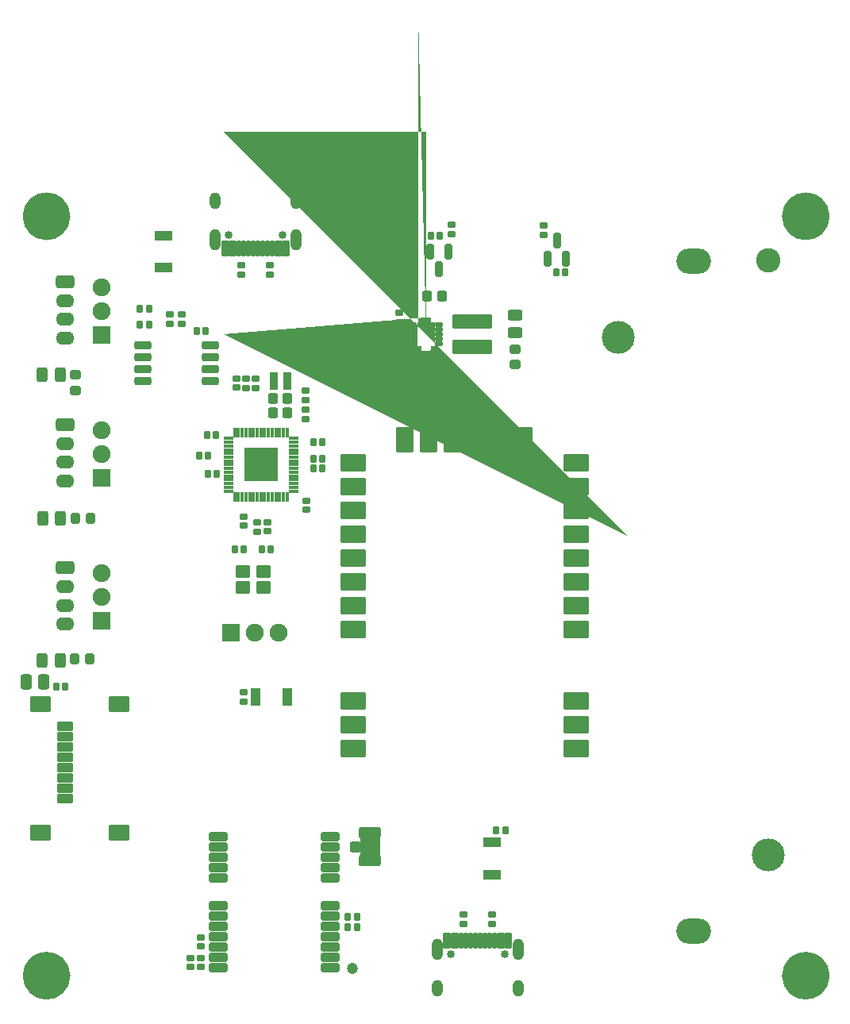
<source format=gts>
%TF.GenerationSoftware,KiCad,Pcbnew,9.0.2*%
%TF.CreationDate,2026-01-30T17:13:30-08:00*%
%TF.ProjectId,BLV_PCB,424c565f-5043-4422-9e6b-696361645f70,rev?*%
%TF.SameCoordinates,Original*%
%TF.FileFunction,Soldermask,Top*%
%TF.FilePolarity,Negative*%
%FSLAX46Y46*%
G04 Gerber Fmt 4.6, Leading zero omitted, Abs format (unit mm)*
G04 Created by KiCad (PCBNEW 9.0.2) date 2026-01-30 17:13:30*
%MOMM*%
%LPD*%
G01*
G04 APERTURE LIST*
G04 Aperture macros list*
%AMRoundRect*
0 Rectangle with rounded corners*
0 $1 Rounding radius*
0 $2 $3 $4 $5 $6 $7 $8 $9 X,Y pos of 4 corners*
0 Add a 4 corners polygon primitive as box body*
4,1,4,$2,$3,$4,$5,$6,$7,$8,$9,$2,$3,0*
0 Add four circle primitives for the rounded corners*
1,1,$1+$1,$2,$3*
1,1,$1+$1,$4,$5*
1,1,$1+$1,$6,$7*
1,1,$1+$1,$8,$9*
0 Add four rect primitives between the rounded corners*
20,1,$1+$1,$2,$3,$4,$5,0*
20,1,$1+$1,$4,$5,$6,$7,0*
20,1,$1+$1,$6,$7,$8,$9,0*
20,1,$1+$1,$8,$9,$2,$3,0*%
%AMFreePoly0*
4,1,57,-0.066221,1.780902,-0.029894,1.730902,-0.025000,1.700000,-0.025000,1.300000,0.025000,1.300000,0.025000,1.700000,0.044098,1.758779,0.094098,1.795106,0.125000,1.800000,0.375000,1.800000,0.433779,1.780902,0.470106,1.730902,0.475000,1.700000,0.475000,1.300000,0.825000,1.300000,0.883779,1.280902,0.920106,1.230902,0.925000,1.200000,0.925000,-1.200000,0.905902,-1.258779,
0.855902,-1.295106,0.825000,-1.300000,0.475000,-1.300000,0.475000,-1.700000,0.455902,-1.758779,0.405902,-1.795106,0.375000,-1.800000,0.125000,-1.800000,0.066221,-1.780902,0.029894,-1.730902,0.025000,-1.700000,0.025000,-1.300000,-0.025000,-1.300000,-0.025000,-1.700000,-0.044098,-1.758779,-0.094098,-1.795106,-0.125000,-1.800000,-0.375000,-1.800000,-0.433779,-1.780902,-0.470106,-1.730902,
-0.475000,-1.700000,-0.475000,-1.300000,-0.825000,-1.300000,-0.883779,-1.280902,-0.920106,-1.230902,-0.925000,-1.200000,-0.925000,1.200000,-0.905902,1.258779,-0.855902,1.295106,-0.825000,1.300000,-0.475000,1.300000,-0.475000,1.700000,-0.455902,1.758779,-0.405902,1.795106,-0.375000,1.800000,-0.125000,1.800000,-0.066221,1.780902,-0.066221,1.780902,$1*%
G04 Aperture macros list end*
%ADD10C,2.550000*%
%ADD11C,1.200000*%
%ADD12RoundRect,0.100000X1.250000X0.850000X-1.250000X0.850000X-1.250000X-0.850000X1.250000X-0.850000X0*%
%ADD13RoundRect,0.100000X-1.250000X-0.850000X1.250000X-0.850000X1.250000X0.850000X-1.250000X0.850000X0*%
%ADD14RoundRect,0.100000X0.850000X-1.250000X0.850000X1.250000X-0.850000X1.250000X-0.850000X-1.250000X0*%
%ADD15RoundRect,0.300000X-0.325000X-0.300000X0.325000X-0.300000X0.325000X0.300000X-0.325000X0.300000X0*%
%ADD16RoundRect,0.297619X-0.902381X-0.327381X0.902381X-0.327381X0.902381X0.327381X-0.902381X0.327381X0*%
%ADD17RoundRect,0.275000X0.275000X0.300000X-0.275000X0.300000X-0.275000X-0.300000X0.275000X-0.300000X0*%
%ADD18RoundRect,0.100000X-2.000000X-0.650000X2.000000X-0.650000X2.000000X0.650000X-2.000000X0.650000X0*%
%ADD19RoundRect,0.250000X0.750000X0.250000X-0.750000X0.250000X-0.750000X-0.250000X0.750000X-0.250000X0*%
%ADD20RoundRect,0.250000X0.325000X-0.250000X0.325000X0.250000X-0.325000X0.250000X-0.325000X-0.250000X0*%
%ADD21C,3.400000*%
%ADD22RoundRect,0.190000X-0.190000X-0.220000X0.190000X-0.220000X0.190000X0.220000X-0.190000X0.220000X0*%
%ADD23RoundRect,0.275000X-0.275000X-0.300000X0.275000X-0.300000X0.275000X0.300000X-0.275000X0.300000X0*%
%ADD24RoundRect,0.190000X0.190000X0.220000X-0.190000X0.220000X-0.190000X-0.220000X0.190000X-0.220000X0*%
%ADD25RoundRect,0.190000X-0.220000X0.190000X-0.220000X-0.190000X0.220000X-0.190000X0.220000X0.190000X0*%
%ADD26RoundRect,0.100000X-0.850000X0.450000X-0.850000X-0.450000X0.850000X-0.450000X0.850000X0.450000X0*%
%ADD27RoundRect,0.100000X0.750000X-0.400000X0.750000X0.400000X-0.750000X0.400000X-0.750000X-0.400000X0*%
%ADD28RoundRect,0.100000X1.000000X-0.725000X1.000000X0.725000X-1.000000X0.725000X-1.000000X-0.725000X0*%
%ADD29RoundRect,0.291666X-0.683334X0.408334X-0.683334X-0.408334X0.683334X-0.408334X0.683334X0.408334X0*%
%ADD30O,1.950000X1.400000*%
%ADD31RoundRect,0.185000X0.185000X0.235000X-0.185000X0.235000X-0.185000X-0.235000X0.185000X-0.235000X0*%
%ADD32RoundRect,0.293750X-0.293750X-0.506250X0.293750X-0.506250X0.293750X0.506250X-0.293750X0.506250X0*%
%ADD33RoundRect,0.100000X-0.450000X-0.850000X0.450000X-0.850000X0.450000X0.850000X-0.450000X0.850000X0*%
%ADD34RoundRect,0.185000X-0.185000X-0.235000X0.185000X-0.235000X0.185000X0.235000X-0.185000X0.235000X0*%
%ADD35RoundRect,0.100000X0.850000X0.850000X-0.850000X0.850000X-0.850000X-0.850000X0.850000X-0.850000X0*%
%ADD36C,1.900000*%
%ADD37RoundRect,0.185000X-0.235000X0.185000X-0.235000X-0.185000X0.235000X-0.185000X0.235000X0.185000X0*%
%ADD38RoundRect,0.185000X0.235000X-0.185000X0.235000X0.185000X-0.235000X0.185000X-0.235000X-0.185000X0*%
%ADD39RoundRect,0.190000X0.220000X-0.190000X0.220000X0.190000X-0.220000X0.190000X-0.220000X-0.190000X0*%
%ADD40RoundRect,0.200000X0.200000X-0.637500X0.200000X0.637500X-0.200000X0.637500X-0.200000X-0.637500X0*%
%ADD41RoundRect,0.250000X0.250000X0.325000X-0.250000X0.325000X-0.250000X-0.325000X0.250000X-0.325000X0*%
%ADD42RoundRect,0.100000X-0.400000X-0.100000X0.400000X-0.100000X0.400000X0.100000X-0.400000X0.100000X0*%
%ADD43RoundRect,0.100000X-0.100000X-0.400000X0.100000X-0.400000X0.100000X0.400000X-0.100000X0.400000X0*%
%ADD44RoundRect,0.100000X-1.700000X-1.700000X1.700000X-1.700000X1.700000X1.700000X-1.700000X1.700000X0*%
%ADD45C,0.850000*%
%ADD46RoundRect,0.100000X-0.300000X-0.725000X0.300000X-0.725000X0.300000X0.725000X-0.300000X0.725000X0*%
%ADD47RoundRect,0.100000X-0.150000X-0.725000X0.150000X-0.725000X0.150000X0.725000X-0.150000X0.725000X0*%
%ADD48O,1.200000X2.300000*%
%ADD49O,1.200000X1.800000*%
%ADD50RoundRect,0.212500X-0.700000X-0.212500X0.700000X-0.212500X0.700000X0.212500X-0.700000X0.212500X0*%
%ADD51RoundRect,0.200000X-0.200000X0.637500X-0.200000X-0.637500X0.200000X-0.637500X0.200000X0.637500X0*%
%ADD52C,3.500000*%
%ADD53C,2.600000*%
%ADD54O,3.700000X2.700000*%
%ADD55RoundRect,0.100000X-0.350000X-0.850000X0.350000X-0.850000X0.350000X0.850000X-0.350000X0.850000X0*%
%ADD56RoundRect,0.291666X-0.508334X-0.408334X0.508334X-0.408334X0.508334X0.408334X-0.508334X0.408334X0*%
%ADD57RoundRect,0.100000X0.300000X0.725000X-0.300000X0.725000X-0.300000X-0.725000X0.300000X-0.725000X0*%
%ADD58RoundRect,0.100000X0.150000X0.725000X-0.150000X0.725000X-0.150000X-0.725000X0.150000X-0.725000X0*%
%ADD59RoundRect,0.110000X0.290000X0.110000X-0.290000X0.110000X-0.290000X-0.110000X0.290000X-0.110000X0*%
%ADD60FreePoly0,180.000000*%
%ADD61RoundRect,0.100000X0.850000X-0.850000X0.850000X0.850000X-0.850000X0.850000X-0.850000X-0.850000X0*%
%ADD62RoundRect,0.300000X0.300000X0.525000X-0.300000X0.525000X-0.300000X-0.525000X0.300000X-0.525000X0*%
%ADD63RoundRect,0.293750X-0.506250X0.293750X-0.506250X-0.293750X0.506250X-0.293750X0.506250X0.293750X0*%
G04 APERTURE END LIST*
D10*
X216775000Y-44500000D02*
G75*
G02*
X214225000Y-44500000I-1275000J0D01*
G01*
X214225000Y-44500000D02*
G75*
G02*
X216775000Y-44500000I1275000J0D01*
G01*
X216775000Y-125500000D02*
G75*
G02*
X214225000Y-125500000I-1275000J0D01*
G01*
X214225000Y-125500000D02*
G75*
G02*
X216775000Y-125500000I1275000J0D01*
G01*
X135775000Y-44500000D02*
G75*
G02*
X133225000Y-44500000I-1275000J0D01*
G01*
X133225000Y-44500000D02*
G75*
G02*
X135775000Y-44500000I1275000J0D01*
G01*
X135775000Y-125500000D02*
G75*
G02*
X133225000Y-125500000I-1275000J0D01*
G01*
X133225000Y-125500000D02*
G75*
G02*
X135775000Y-125500000I1275000J0D01*
G01*
%TO.C,J12*%
G36*
X167985000Y-110810000D02*
G01*
X170075000Y-110810000D01*
X170075000Y-112690000D01*
X167985000Y-112690000D01*
X167985000Y-110810000D01*
G37*
%TD*%
D11*
%TO.C,TP3*%
X178000000Y-64250000D03*
%TD*%
D12*
%TO.C,U5*%
X191008225Y-101264000D03*
X191008225Y-98724000D03*
X191008225Y-96184000D03*
D13*
X191008225Y-88614000D03*
X191008225Y-86074000D03*
X191008225Y-83534000D03*
X191008225Y-80994000D03*
X191008225Y-78454000D03*
X191008225Y-75914000D03*
X191008225Y-73374000D03*
X191008225Y-70834000D03*
D14*
X185458225Y-68324000D03*
X182918225Y-68324000D03*
X180378225Y-68324000D03*
X177838225Y-68324000D03*
X175298225Y-68324000D03*
X172758225Y-68324000D03*
D13*
X167208225Y-70834000D03*
X167208225Y-73374000D03*
X167208225Y-75914000D03*
X167208225Y-78454000D03*
X167208225Y-80994000D03*
X167208225Y-83534000D03*
X167208225Y-86074000D03*
X167208225Y-88614000D03*
D12*
X167208225Y-96184000D03*
X167208225Y-98724000D03*
X167208225Y-101264000D03*
%TD*%
D15*
%TO.C,J12*%
X167450000Y-111750000D03*
D16*
X168975000Y-110275000D03*
X168975000Y-113225000D03*
%TD*%
D17*
%TO.C,C21*%
X175125000Y-60500000D03*
X176675000Y-60500000D03*
%TD*%
D18*
%TO.C,L2*%
X179900000Y-55700000D03*
X179900000Y-58400000D03*
%TD*%
D19*
%TO.C,U6*%
X164800000Y-124650000D03*
X164800000Y-123550000D03*
X164800000Y-122450000D03*
X164800000Y-121350000D03*
X164800000Y-120250000D03*
X164800000Y-119150000D03*
X164800000Y-118050000D03*
X164800000Y-115050000D03*
X164800000Y-113950000D03*
X164800000Y-112850000D03*
X164800000Y-111750000D03*
X164800000Y-110650000D03*
X152800000Y-110650000D03*
X152800000Y-111750000D03*
X152800000Y-112850000D03*
X152800000Y-113950000D03*
X152800000Y-115050000D03*
X152800000Y-118050000D03*
X152800000Y-119150000D03*
X152800000Y-120250000D03*
X152800000Y-121350000D03*
X152800000Y-122450000D03*
X152800000Y-123550000D03*
X152800000Y-124650000D03*
%TD*%
D20*
%TO.C,R11*%
X184500000Y-60325000D03*
X184500000Y-58675000D03*
%TD*%
D21*
%TO.C,H4*%
X134500000Y-125500000D03*
%TD*%
D22*
%TO.C,C1*%
X154595000Y-80050000D03*
X155555000Y-80050000D03*
%TD*%
D23*
%TO.C,C5*%
X158625000Y-63940000D03*
X160175000Y-63940000D03*
%TD*%
D22*
%TO.C,C14*%
X162995000Y-71400000D03*
X163955000Y-71400000D03*
%TD*%
D21*
%TO.C,H3*%
X215500000Y-125500000D03*
%TD*%
D24*
%TO.C,C6*%
X151755000Y-70000000D03*
X150795000Y-70000000D03*
%TD*%
D25*
%TO.C,C12*%
X155575000Y-76520000D03*
X155575000Y-77480000D03*
%TD*%
%TO.C,C20*%
X172100000Y-56900000D03*
X172100000Y-57860000D03*
%TD*%
D21*
%TO.C,H2*%
X215500000Y-44500000D03*
%TD*%
D26*
%TO.C,SW1*%
X147000000Y-46600000D03*
X147000000Y-50000000D03*
%TD*%
D27*
%TO.C,J11*%
X136500000Y-106575000D03*
X136500000Y-105475000D03*
X136500000Y-104375000D03*
X136500000Y-103275000D03*
X136500000Y-102175000D03*
X136500000Y-101075000D03*
X136500000Y-99975000D03*
X136500000Y-98875000D03*
D28*
X133900000Y-110250000D03*
X142200000Y-110250000D03*
X133900000Y-96500000D03*
X142200000Y-96500000D03*
%TD*%
D29*
%TO.C,J3*%
X136500000Y-82000000D03*
D30*
X136500000Y-84000000D03*
X136500000Y-86000000D03*
X136500000Y-88000000D03*
%TD*%
D29*
%TO.C,J2*%
X136500000Y-66740000D03*
D30*
X136500000Y-68740000D03*
X136500000Y-70740000D03*
X136500000Y-72740000D03*
%TD*%
D17*
%TO.C,C19*%
X176675000Y-53050000D03*
X175125000Y-53050000D03*
%TD*%
D25*
%TO.C,C7*%
X158075000Y-77140000D03*
X158075000Y-78100000D03*
%TD*%
D31*
%TO.C,R23*%
X183510000Y-110000000D03*
X182490000Y-110000000D03*
%TD*%
D32*
%TO.C,D2*%
X134125000Y-76700000D03*
X136000000Y-76700000D03*
%TD*%
D33*
%TO.C,SW2*%
X156800000Y-95800000D03*
X160200000Y-95800000D03*
%TD*%
D31*
%TO.C,R7*%
X145441668Y-54353894D03*
X144421668Y-54353894D03*
%TD*%
D34*
%TO.C,R2*%
X144431668Y-56053894D03*
X145451668Y-56053894D03*
%TD*%
D24*
%TO.C,C11*%
X152675000Y-72000000D03*
X151715000Y-72000000D03*
%TD*%
D35*
%TO.C,J6*%
X140350000Y-87660000D03*
D36*
X140350000Y-85120000D03*
X140350000Y-82580000D03*
%TD*%
D37*
%TO.C,R8*%
X155825000Y-61790000D03*
X155825000Y-62810000D03*
%TD*%
D38*
%TO.C,R17*%
X177700000Y-46410000D03*
X177700000Y-45390000D03*
%TD*%
%TO.C,R18*%
X187500000Y-46510000D03*
X187500000Y-45490000D03*
%TD*%
D39*
%TO.C,C16*%
X154775000Y-62780000D03*
X154775000Y-61820000D03*
%TD*%
D24*
%TO.C,C18*%
X189830000Y-50500000D03*
X188870000Y-50500000D03*
%TD*%
D40*
%TO.C,Q2*%
X188000000Y-49000000D03*
X189900000Y-49000000D03*
X188950000Y-47125000D03*
%TD*%
D24*
%TO.C,C3*%
X151460000Y-56700000D03*
X150500000Y-56700000D03*
%TD*%
D25*
%TO.C,C8*%
X162175000Y-65160000D03*
X162175000Y-66120000D03*
%TD*%
D38*
%TO.C,R5*%
X155500000Y-96300000D03*
X155500000Y-95280000D03*
%TD*%
D11*
%TO.C,TP1*%
X167100000Y-124700000D03*
%TD*%
D37*
%TO.C,R3*%
X148900000Y-54990000D03*
X148900000Y-56010000D03*
%TD*%
D41*
%TO.C,R13*%
X139225000Y-76700000D03*
X137575000Y-76700000D03*
%TD*%
%TO.C,R14*%
X139150000Y-91700000D03*
X137500000Y-91700000D03*
%TD*%
D42*
%TO.C,U2*%
X153925000Y-68200000D03*
X153925000Y-68600000D03*
X153925000Y-69000000D03*
X153925000Y-69400000D03*
X153925000Y-69800000D03*
X153925000Y-70200000D03*
X153925000Y-70600000D03*
X153925000Y-71000000D03*
X153925000Y-71400000D03*
X153925000Y-71800000D03*
X153925000Y-72200000D03*
X153925000Y-72600000D03*
X153925000Y-73000000D03*
X153925000Y-73400000D03*
X153925000Y-73800000D03*
D43*
X154575000Y-74450000D03*
X154975000Y-74450000D03*
X155375000Y-74450000D03*
X155775000Y-74450000D03*
X156175000Y-74450000D03*
X156575000Y-74450000D03*
X156975000Y-74450000D03*
X157375000Y-74450000D03*
X157775000Y-74450000D03*
X158175000Y-74450000D03*
X158575000Y-74450000D03*
X158975000Y-74450000D03*
X159375000Y-74450000D03*
X159775000Y-74450000D03*
X160175000Y-74450000D03*
D42*
X160825000Y-73800000D03*
X160825000Y-73400000D03*
X160825000Y-73000000D03*
X160825000Y-72600000D03*
X160825000Y-72200000D03*
X160825000Y-71800000D03*
X160825000Y-71400000D03*
X160825000Y-71000000D03*
X160825000Y-70600000D03*
X160825000Y-70200000D03*
X160825000Y-69800000D03*
X160825000Y-69400000D03*
X160825000Y-69000000D03*
X160825000Y-68600000D03*
X160825000Y-68200000D03*
D43*
X160175000Y-67550000D03*
X159775000Y-67550000D03*
X159375000Y-67550000D03*
X158975000Y-67550000D03*
X158575000Y-67550000D03*
X158175000Y-67550000D03*
X157775000Y-67550000D03*
X157375000Y-67550000D03*
X156975000Y-67550000D03*
X156575000Y-67550000D03*
X156175000Y-67550000D03*
X155775000Y-67550000D03*
X155375000Y-67550000D03*
X154975000Y-67550000D03*
X154575000Y-67550000D03*
D44*
X157375000Y-71000000D03*
%TD*%
D45*
%TO.C,J10*%
X177610000Y-123200000D03*
X183390000Y-123200000D03*
D46*
X177250000Y-121755000D03*
X178050000Y-121755000D03*
D47*
X179250000Y-121755000D03*
X180250000Y-121755000D03*
X180750000Y-121755000D03*
X181750000Y-121755000D03*
D46*
X182950000Y-121755000D03*
X183750000Y-121755000D03*
X183750000Y-121755000D03*
X182950000Y-121755000D03*
D47*
X182250000Y-121755000D03*
X181250000Y-121755000D03*
X179750000Y-121755000D03*
X178750000Y-121755000D03*
D46*
X178050000Y-121755000D03*
X177250000Y-121755000D03*
D48*
X176180000Y-122670000D03*
D49*
X176180000Y-126850000D03*
D48*
X184820000Y-122670000D03*
D49*
X184820000Y-126850000D03*
%TD*%
D17*
%TO.C,C22*%
X176675000Y-62000000D03*
X175125000Y-62000000D03*
%TD*%
D32*
%TO.C,D3*%
X134062500Y-91900000D03*
X135937500Y-91900000D03*
%TD*%
D50*
%TO.C,U1*%
X144787500Y-58295000D03*
X144787500Y-59565000D03*
X144787500Y-60835000D03*
X144787500Y-62105000D03*
X151962500Y-62105000D03*
X151962500Y-60835000D03*
X151962500Y-59565000D03*
X151962500Y-58295000D03*
%TD*%
D31*
%TO.C,R27*%
X167620000Y-119200000D03*
X166600000Y-119200000D03*
%TD*%
D25*
%TO.C,C29*%
X149900000Y-123600000D03*
X149900000Y-124560000D03*
%TD*%
D51*
%TO.C,Q1*%
X177350000Y-48262500D03*
X175450000Y-48262500D03*
X176400000Y-50137500D03*
%TD*%
D52*
%TO.C,U4*%
X211500000Y-112600000D03*
X195500000Y-57400000D03*
D53*
X211500000Y-49200000D03*
D54*
X203500000Y-120720000D03*
X203500000Y-49280000D03*
%TD*%
D55*
%TO.C,L1*%
X158765000Y-62040000D03*
X160165000Y-62040000D03*
%TD*%
D35*
%TO.C,J5*%
X140350000Y-72420000D03*
D36*
X140350000Y-69880000D03*
X140350000Y-67340000D03*
%TD*%
D22*
%TO.C,C15*%
X162995000Y-68600000D03*
X163955000Y-68600000D03*
%TD*%
D56*
%TO.C,Y1*%
X155475000Y-84065000D03*
X157675000Y-84065000D03*
X157675000Y-82365000D03*
X155475000Y-82365000D03*
%TD*%
D26*
%TO.C,SW3*%
X182000000Y-111300000D03*
X182000000Y-114700000D03*
%TD*%
D24*
%TO.C,C10*%
X152580000Y-67800000D03*
X151620000Y-67800000D03*
%TD*%
D23*
%TO.C,C4*%
X158625000Y-65440000D03*
X160175000Y-65440000D03*
%TD*%
D45*
%TO.C,J8*%
X159690000Y-46460000D03*
X153910000Y-46460000D03*
D57*
X160050000Y-47905000D03*
X159250000Y-47905000D03*
D58*
X158050000Y-47905000D03*
X157050000Y-47905000D03*
X156550000Y-47905000D03*
X155550000Y-47905000D03*
D57*
X154350000Y-47905000D03*
X153550000Y-47905000D03*
X153550000Y-47905000D03*
X154350000Y-47905000D03*
D58*
X155050000Y-47905000D03*
X156050000Y-47905000D03*
X157550000Y-47905000D03*
X158550000Y-47905000D03*
D57*
X159250000Y-47905000D03*
X160050000Y-47905000D03*
D48*
X161120000Y-46990000D03*
D49*
X161120000Y-42810000D03*
D48*
X152480000Y-46990000D03*
D49*
X152480000Y-42810000D03*
%TD*%
D38*
%TO.C,R24*%
X182000000Y-120010000D03*
X182000000Y-118990000D03*
%TD*%
D25*
%TO.C,C30*%
X151000000Y-123600000D03*
X151000000Y-124560000D03*
%TD*%
D59*
%TO.C,U3*%
X176400000Y-58050000D03*
X176400000Y-57550000D03*
X176400000Y-57050000D03*
X176400000Y-56550000D03*
X176400000Y-56050000D03*
X173600000Y-56050000D03*
X173600000Y-56550000D03*
X173600000Y-57050000D03*
X173600000Y-57550000D03*
X173600000Y-58050000D03*
D60*
X175000000Y-57050000D03*
%TD*%
D38*
%TO.C,R4*%
X156975000Y-78130000D03*
X156975000Y-77110000D03*
%TD*%
D32*
%TO.C,D1*%
X134062500Y-61400000D03*
X135937500Y-61400000D03*
%TD*%
D37*
%TO.C,R10*%
X172100000Y-54790000D03*
X172100000Y-55810000D03*
%TD*%
%TO.C,R16*%
X158300000Y-49720000D03*
X158300000Y-50740000D03*
%TD*%
D61*
%TO.C,J7*%
X154160000Y-88900000D03*
D36*
X156700000Y-88900000D03*
X159240000Y-88900000D03*
%TD*%
D35*
%TO.C,J4*%
X140350000Y-57180000D03*
D36*
X140350000Y-54640000D03*
X140350000Y-52100000D03*
%TD*%
D24*
%TO.C,C2*%
X158435000Y-80050000D03*
X157475000Y-80050000D03*
%TD*%
D37*
%TO.C,R1*%
X147700000Y-54990000D03*
X147700000Y-56010000D03*
%TD*%
D20*
%TO.C,R12*%
X137600000Y-63050000D03*
X137600000Y-61400000D03*
%TD*%
D62*
%TO.C,C26*%
X134200000Y-94200000D03*
X132300000Y-94200000D03*
%TD*%
D37*
%TO.C,R15*%
X155300000Y-49710000D03*
X155300000Y-50730000D03*
%TD*%
D22*
%TO.C,C27*%
X135520000Y-94700000D03*
X136480000Y-94700000D03*
%TD*%
D37*
%TO.C,R9*%
X156825000Y-61790000D03*
X156825000Y-62810000D03*
%TD*%
D63*
%TO.C,D4*%
X184500000Y-55062500D03*
X184500000Y-56937500D03*
%TD*%
D37*
%TO.C,R6*%
X162175000Y-63120000D03*
X162175000Y-64140000D03*
%TD*%
D22*
%TO.C,C9*%
X162995000Y-70400000D03*
X163955000Y-70400000D03*
%TD*%
D29*
%TO.C,J1*%
X136500000Y-51500000D03*
D30*
X136500000Y-53500000D03*
X136500000Y-55500000D03*
X136500000Y-57500000D03*
%TD*%
D38*
%TO.C,R25*%
X179000000Y-120010000D03*
X179000000Y-118990000D03*
%TD*%
D31*
%TO.C,R26*%
X167610000Y-120300000D03*
X166590000Y-120300000D03*
%TD*%
D25*
%TO.C,C13*%
X162200000Y-74820000D03*
X162200000Y-75780000D03*
%TD*%
D22*
%TO.C,C17*%
X175520000Y-46600000D03*
X176480000Y-46600000D03*
%TD*%
D21*
%TO.C,H1*%
X134500000Y-44500000D03*
%TD*%
D39*
%TO.C,C28*%
X151000000Y-122380000D03*
X151000000Y-121420000D03*
%TD*%
M02*

</source>
